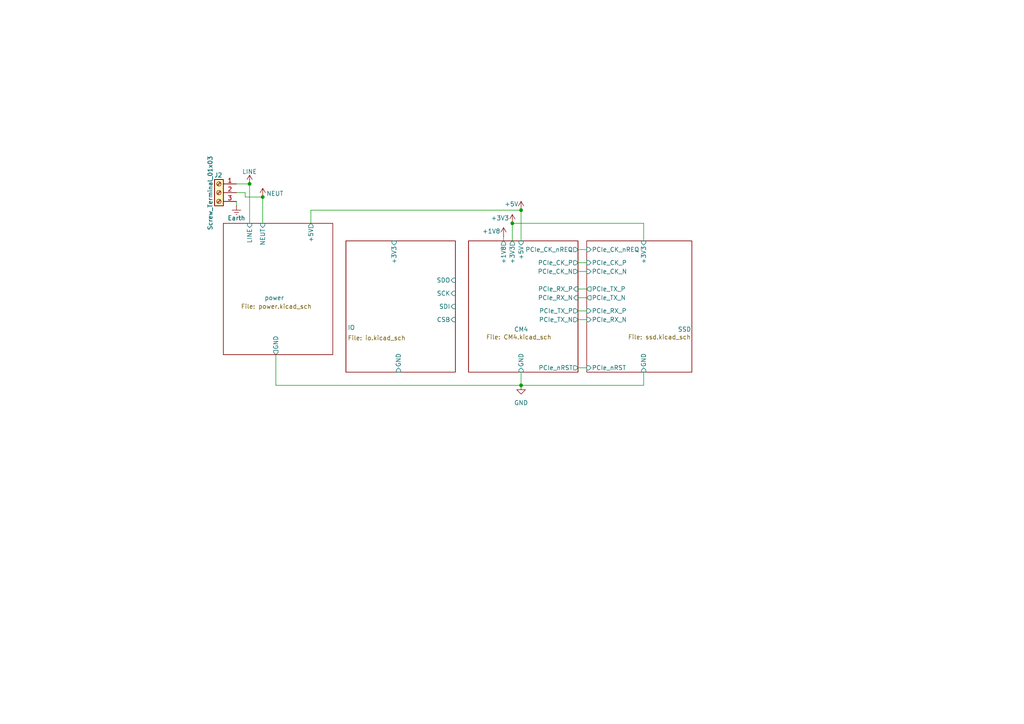
<source format=kicad_sch>
(kicad_sch (version 20231120) (generator "eeschema") (generator_version "8.0")
  (paper "A4")
  (lib_symbols
    (symbol "Connector:Screw_Terminal_01x03" (pin_names (offset 1.016) hide)
      (property "Reference" "J" (at 0 5.08 0))
      (property "Value" "Screw_Terminal_01x03" (at 0 -5.08 0))
      (symbol "Screw_Terminal_01x03_1_1"
        (rectangle (start -1.27 3.81) (end 1.27 -3.81) (stroke (width 0.254)) (fill (type background)))
        (circle (center 0 -2.54) (radius 0.635) (stroke (width 0.1524)))
        (polyline (pts (xy -0.5334 -2.2098) (xy 0.3302 -3.048)) (stroke (width 0.1524)))
        (polyline (pts (xy -0.5334 0.3302) (xy 0.3302 -0.508)) (stroke (width 0.1524)))
        (polyline (pts (xy -0.5334 2.8702) (xy 0.3302 2.032)) (stroke (width 0.1524)))
        (polyline (pts (xy -0.3556 -2.032) (xy 0.508 -2.8702)) (stroke (width 0.1524)))
        (polyline (pts (xy -0.3556 0.508) (xy 0.508 -0.3302)) (stroke (width 0.1524)))
        (polyline (pts (xy -0.3556 3.048) (xy 0.508 2.2098)) (stroke (width 0.1524)))
        (circle (center 0 0) (radius 0.635) (stroke (width 0.1524)))
        (circle (center 0 2.54) (radius 0.635) (stroke (width 0.1524)))
        (pin passive line (at -5.08 2.54 0) (length 3.81) (name "Pin_1") (number "1"))
        (pin passive line (at -5.08 0 0) (length 3.81) (name "Pin_2") (number "2"))
        (pin passive line (at -5.08 -2.54 0) (length 3.81) (name "Pin_3") (number "3"))
      )
    )
    (symbol "power:+1V8" (power) (pin_numbers hide) (pin_names (offset 0) hide)
      (property "Value" "+1V8" (at 0 3.556 0))
      (symbol "+1V8_0_1"
        (polyline (pts (xy -0.762 1.27) (xy 0 2.54)))
        (polyline (pts (xy 0 0) (xy 0 2.54)))
        (polyline (pts (xy 0 2.54) (xy 0.762 1.27)))
      )
      (symbol "+1V8_1_1"
        (pin power_in line (at 0 0 90) (length 0) (name "~") (number "1"))
      )
    )
    (symbol "power:+3V3" (power) (pin_numbers hide) (pin_names (offset 0) hide)
      (property "Value" "+3V3" (at 0 3.556 0))
      (symbol "+3V3_0_1"
        (polyline (pts (xy -0.762 1.27) (xy 0 2.54)))
        (polyline (pts (xy 0 0) (xy 0 2.54)))
        (polyline (pts (xy 0 2.54) (xy 0.762 1.27)))
      )
      (symbol "+3V3_1_1"
        (pin power_in line (at 0 0 90) (length 0) (name "~") (number "1"))
      )
    )
    (symbol "power:+5V" (power) (pin_numbers hide) (pin_names (offset 0) hide)
      (property "Value" "+5V" (at 0 3.556 0))
      (symbol "+5V_0_1"
        (polyline (pts (xy -0.762 1.27) (xy 0 2.54)))
        (polyline (pts (xy 0 0) (xy 0 2.54)))
        (polyline (pts (xy 0 2.54) (xy 0.762 1.27)))
      )
      (symbol "+5V_1_1"
        (pin power_in line (at 0 0 90) (length 0) (name "~") (number "1"))
      )
    )
    (symbol "power:Earth" (power) (pin_numbers hide) (pin_names (offset 0) hide)
      (property "Value" "Earth" (at 0 -3.81 0))
      (symbol "Earth_0_1"
        (polyline (pts (xy -0.635 -1.905) (xy 0.635 -1.905)))
        (polyline (pts (xy -0.127 -2.54) (xy 0.127 -2.54)))
        (polyline (pts (xy 0 -1.27) (xy 0 0)))
        (polyline (pts (xy 1.27 -1.27) (xy -1.27 -1.27)))
      )
      (symbol "Earth_1_1"
        (pin power_in line (at 0 0 270) (length 0) (name "~") (number "1"))
      )
    )
    (symbol "power:GND" (power) (pin_numbers hide) (pin_names (offset 0) hide)
      (property "Value" "GND" (at 0 -3.81 0))
      (symbol "GND_0_1"
        (polyline (pts (xy 0 0) (xy 0 -1.27) (xy 1.27 -1.27) (xy 0 -2.54) (xy -1.27 -1.27) (xy 0 -1.27)))
      )
      (symbol "GND_1_1"
        (pin power_in line (at 0 0 270) (length 0) (name "~") (number "1"))
      )
    )
    (symbol "power:LINE" (power) (pin_numbers hide) (pin_names (offset 0) hide)
      (property "Value" "LINE" (at 0 3.556 0))
      (symbol "LINE_0_1"
        (polyline (pts (xy -0.762 1.27) (xy 0 2.54)))
        (polyline (pts (xy 0 0) (xy 0 2.54)))
        (polyline (pts (xy 0 2.54) (xy 0.762 1.27)))
      )
      (symbol "LINE_1_1"
        (pin power_in line (at 0 0 90) (length 0) (name "~") (number "1"))
      )
    )
    (symbol "power:NEUT" (power) (pin_numbers hide) (pin_names (offset 0) hide)
      (property "Value" "NEUT" (at 0 3.556 0))
      (symbol "NEUT_0_1"
        (polyline (pts (xy -0.762 1.27) (xy 0 2.54)))
        (polyline (pts (xy 0 0) (xy 0 2.54)))
        (polyline (pts (xy 0 2.54) (xy 0.762 1.27)))
      )
      (symbol "NEUT_1_1"
        (pin power_in line (at 0 0 90) (length 0) (name "~") (number "1"))
      )
    )
  )
  (junction (at 76.2 57.15))
  (junction (at 148.59 64.77))
  (junction (at 72.39 53.34))
  (junction (at 151.13 60.96))
  (junction (at 151.13 111.76))
  (wire (pts (xy 68.58 55.88) (xy 71.12 55.88)))
  (wire (pts (xy 71.12 55.88) (xy 71.12 57.15)))
  (wire (pts (xy 148.59 64.77) (xy 148.59 69.85)))
  (wire (pts (xy 167.64 90.17) (xy 170.18 90.17)))
  (wire (pts (xy 167.64 76.2) (xy 170.18 76.2)))
  (wire (pts (xy 151.13 60.96) (xy 151.13 69.85)))
  (wire (pts (xy 151.13 107.95) (xy 151.13 111.76)))
  (wire (pts (xy 167.64 106.68) (xy 170.18 106.68)))
  (wire (pts (xy 167.64 78.74) (xy 170.18 78.74)))
  (wire (pts (xy 167.64 72.39) (xy 170.18 72.39)))
  (wire (pts (xy 186.69 64.77) (xy 148.59 64.77)))
  (wire (pts (xy 186.69 69.85) (xy 186.69 64.77)))
  (wire (pts (xy 72.39 53.34) (xy 72.39 64.77)))
  (wire (pts (xy 80.01 111.76) (xy 151.13 111.76)))
  (wire (pts (xy 90.17 60.96) (xy 151.13 60.96)))
  (wire (pts (xy 167.64 86.36) (xy 170.18 86.36)))
  (wire (pts (xy 186.69 111.76) (xy 186.69 107.95)))
  (wire (pts (xy 167.64 83.82) (xy 170.18 83.82)))
  (wire (pts (xy 167.64 92.71) (xy 170.18 92.71)))
  (wire (pts (xy 68.58 58.42) (xy 68.58 59.69)))
  (wire (pts (xy 76.2 57.15) (xy 76.2 64.77)))
  (wire (pts (xy 151.13 111.76) (xy 186.69 111.76)))
  (wire (pts (xy 146.05 68.58) (xy 146.05 69.85)))
  (wire (pts (xy 68.58 53.34) (xy 72.39 53.34)))
  (wire (pts (xy 80.01 102.87) (xy 80.01 111.76)))
  (wire (pts (xy 90.17 64.77) (xy 90.17 60.96)))
  (wire (pts (xy 71.12 57.15) (xy 76.2 57.15)))
  (symbol (lib_id "power:+3V3") (at 148.59 64.77 0) (unit 1)
    (property "Reference" "#PWR029" (effects (hide yes)))
    (property "Value" "+3V3" (at 145.034 63.246 0))
    (property "Description" "Power symbol creates a global label with name \"+3V3\"" (effects (hide yes)))
  )
  (symbol (lib_id "power:+5V") (at 151.13 60.96 0) (unit 1)
    (property "Reference" "#PWR026" (effects (hide yes)))
    (property "Value" "+5V" (at 148.336 59.182 0))
    (property "Description" "Power symbol creates a global label with name \"+5V\"" (effects (hide yes)))
  )
  (symbol (lib_id "power:Earth") (at 68.58 59.69 0) (mirror y) (unit 1)
    (property "Reference" "#PWR014" (effects (hide yes)))
    (property "Value" "Earth" (at 68.58 63.246 0))
    (property "Description" "Power symbol creates a global label with name \"Earth\"" (effects (hide yes)))
  )
  (symbol (lib_id "power:NEUT") (at 76.2 57.15 0) (mirror y) (unit 1)
    (property "Reference" "#PWR012" (effects (hide yes)))
    (property "Value" "NEUT" (at 79.756 56.134 0))
    (property "Description" "Power symbol creates a global label with name \"NEUT\"" (effects (hide yes)))
  )
  (symbol (lib_id "power:LINE") (at 72.39 53.34 0) (mirror y) (unit 1)
    (property "Reference" "#PWR013" (effects (hide yes)))
    (property "Value" "LINE" (at 72.39 49.784 0))
    (property "Description" "Power symbol creates a global label with name \"LINE\"" (effects (hide yes)))
  )
  (symbol (lib_id "Connector:Screw_Terminal_01x03") (at 63.5 55.88 0) (mirror y) (unit 1)
    (property "Reference" "J2" (at 64.516 50.8 0) (effects (justify left)))
    (property "Value" "Screw_Terminal_01x03" (at 60.96 66.802 90) (effects (justify left)))
    (property "Footprint" "TerminalBlock_TE-Connectivity:TerminalBlock_TE_282834-3_1x03_P2.54mm_Horizontal" (effects (hide yes)))
    (property "Description" "Generic screw terminal, single row, 01x03, script generated (kicad-library-utils/schlib/autogen/connector/)" (effects (hide yes)))
    (property "PN" "282834-3" (effects (hide yes)))
  )
  (symbol (lib_id "power:+1V8") (at 146.05 68.58 0) (unit 1)
    (property "Reference" "#PWR030" (effects (hide yes)))
    (property "Value" "+1V8" (at 142.494 67.056 0))
    (property "Description" "Power symbol creates a global label with name \"+1V8\"" (effects (hide yes)))
  )
  (symbol (lib_id "power:GND") (at 151.13 111.76 0) (unit 1)
    (property "Reference" "#PWR024" (effects (hide yes)))
    (property "Value" "GND" (at 151.13 116.84 0))
    (property "Description" "Power symbol creates a global label with name \"GND\" , ground" (effects (hide yes)))
  )
  (sheet (at 135.89 69.85) (size 31.75 38.1) (stroke (width 0.1524))
    (property "Sheetname" "CM4" (at 149.098 96.266 0) (effects (justify left bottom)))
    (property "Sheetfile" "CM4.kicad_sch" (at 140.97 97.028 0) (effects (justify left top)))
    (pin "PCIe_CK_nREQ" output (at 167.64 72.39 0))
    (pin "PCIe_CK_N" output (at 167.64 78.74 0))
    (pin "PCIe_CK_P" output (at 167.64 76.2 0))
    (pin "PCIe_TX_P" output (at 167.64 90.17 0))
    (pin "PCIe_TX_N" output (at 167.64 92.71 0))
    (pin "PCIe_RX_P" input (at 167.64 83.82 0))
    (pin "PCIe_RX_N" input (at 167.64 86.36 0))
    (pin "PCIe_nRST" output (at 167.64 106.68 0))
    (pin "+5V" input (at 151.13 69.85 90))
    (pin "GND" input (at 151.13 107.95 270))
    (pin "+1V8" output (at 146.05 69.85 90))
    (pin "+3V3" output (at 148.59 69.85 90))
  )
  (sheet (at 170.18 69.85) (size 30.48 38.1) (stroke (width 0.1524))
    (property "Sheetname" "SSD" (at 196.596 96.266 0) (effects (justify left bottom)))
    (property "Sheetfile" "ssd.kicad_sch" (at 182.118 97.028 0) (effects (justify left top)))
    (pin "PCIe_RX_P" input (at 170.18 90.17 180))
    (pin "PCIe_TX_N" output (at 170.18 86.36 180))
    (pin "PCIe_RX_N" input (at 170.18 92.71 180))
    (pin "PCIe_TX_P" output (at 170.18 83.82 180))
    (pin "PCIe_CK_nREQ" input (at 170.18 72.39 180))
    (pin "PCIe_nRST" input (at 170.18 106.68 180))
    (pin "PCIe_CK_P" input (at 170.18 76.2 180))
    (pin "PCIe_CK_N" input (at 170.18 78.74 180))
    (pin "GND" input (at 186.69 107.95 270))
    (pin "+3V3" input (at 186.69 69.85 90))
  )
  (sheet (at 100.33 69.85) (size 31.75 38.1) (stroke (width 0.1524))
    (property "Sheetname" "IO" (at 100.838 95.758 0) (effects (justify left bottom)))
    (property "Sheetfile" "io.kicad_sch" (at 100.838 97.282 0) (effects (justify left top)))
    (pin "+3V3" input (at 114.3 69.85 90))
    (pin "GND" input (at 115.57 107.95 270))
    (pin "SDO" input (at 132.08 81.28 0))
    (pin "SCK" input (at 132.08 85.09 0))
    (pin "SDI" input (at 132.08 88.9 0))
    (pin "CSB" input (at 132.08 92.71 0))
  )
  (sheet (at 64.77 64.77) (size 31.75 38.1) (stroke (width 0.1524))
    (property "Sheetname" "power" (at 76.708 87.122 0) (effects (justify left bottom)))
    (property "Sheetfile" "power.kicad_sch" (at 69.85 88.138 0) (effects (justify left top)))
    (pin "+5V" output (at 90.17 64.77 90))
    (pin "GND" output (at 80.01 102.87 270))
    (pin "NEUT" input (at 76.2 64.77 90))
    (pin "LINE" input (at 72.39 64.77 90))
  )
)
</source>
